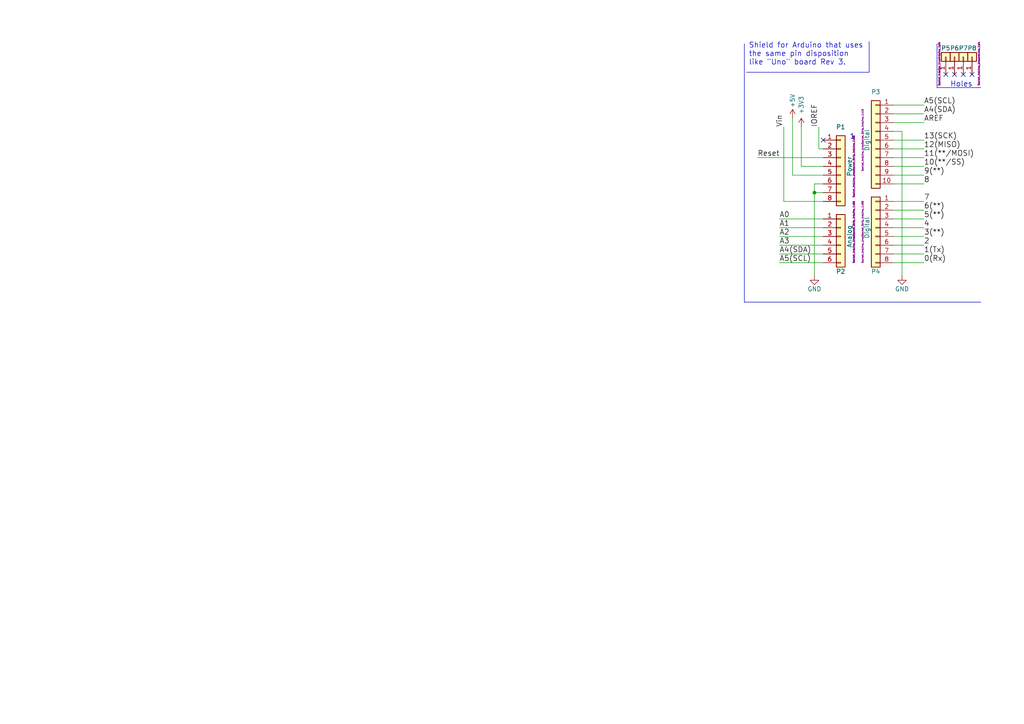
<source format=kicad_sch>
(kicad_sch (version 20230121) (generator eeschema)
  (paper "A4")
  (title_block (date "lun. 30 mars 2015"))
  (lib_symbols
    (symbol "Arduino_Uno-rescue:+3.3V-power" (power) (pin_names (offset 0))
      (property "Value" "+3.3V-power" (at 0 3.556 0))
      (symbol "+3.3V-power_0_1"
        (polyline (pts (xy -0.762 1.27) (xy 0 2.54)))
        (polyline (pts (xy 0 0) (xy 0 2.54)))
        (polyline (pts (xy 0 2.54) (xy 0.762 1.27)))
      )
      (symbol "+3.3V-power_1_1"
        (pin power_in line (at 0 0 90) (length 0) hide (name "+3V3") (number "1"))
      )
    )
    (symbol "Connector_Generic:Conn_01x01" (pin_names (offset 1.016) hide)
      (property "Reference" "J" (at 0 2.54 0))
      (property "Value" "Conn_01x01" (at 0 -2.54 0))
      (symbol "Conn_01x01_1_1"
        (rectangle (start -1.27 0.127) (end 0 -0.127) (stroke (width 0.1524)))
        (rectangle (start -1.27 1.27) (end 1.27 -1.27) (stroke (width 0.254)) (fill (type background)))
        (pin passive line (at -5.08 0 0) (length 3.81) (name "Pin_1") (number "1"))
      )
    )
    (symbol "Connector_Generic:Conn_01x06" (pin_names (offset 1.016) hide)
      (property "Reference" "J" (at 0 7.62 0))
      (property "Value" "Conn_01x06" (at 0 -10.16 0))
      (symbol "Conn_01x06_1_1"
        (rectangle (start -1.27 -7.493) (end 0 -7.747) (stroke (width 0.1524)))
        (rectangle (start -1.27 -4.953) (end 0 -5.207) (stroke (width 0.1524)))
        (rectangle (start -1.27 -2.413) (end 0 -2.667) (stroke (width 0.1524)))
        (rectangle (start -1.27 0.127) (end 0 -0.127) (stroke (width 0.1524)))
        (rectangle (start -1.27 2.667) (end 0 2.413) (stroke (width 0.1524)))
        (rectangle (start -1.27 5.207) (end 0 4.953) (stroke (width 0.1524)))
        (rectangle (start -1.27 6.35) (end 1.27 -8.89) (stroke (width 0.254)) (fill (type background)))
        (pin passive line (at -5.08 5.08 0) (length 3.81) (name "Pin_1") (number "1"))
        (pin passive line (at -5.08 2.54 0) (length 3.81) (name "Pin_2") (number "2"))
        (pin passive line (at -5.08 0 0) (length 3.81) (name "Pin_3") (number "3"))
        (pin passive line (at -5.08 -2.54 0) (length 3.81) (name "Pin_4") (number "4"))
        (pin passive line (at -5.08 -5.08 0) (length 3.81) (name "Pin_5") (number "5"))
        (pin passive line (at -5.08 -7.62 0) (length 3.81) (name "Pin_6") (number "6"))
      )
    )
    (symbol "Connector_Generic:Conn_01x08" (pin_names (offset 1.016) hide)
      (property "Reference" "J" (at 0 10.16 0))
      (property "Value" "Conn_01x08" (at 0 -12.7 0))
      (symbol "Conn_01x08_1_1"
        (rectangle (start -1.27 -10.033) (end 0 -10.287) (stroke (width 0.1524)))
        (rectangle (start -1.27 -7.493) (end 0 -7.747) (stroke (width 0.1524)))
        (rectangle (start -1.27 -4.953) (end 0 -5.207) (stroke (width 0.1524)))
        (rectangle (start -1.27 -2.413) (end 0 -2.667) (stroke (width 0.1524)))
        (rectangle (start -1.27 0.127) (end 0 -0.127) (stroke (width 0.1524)))
        (rectangle (start -1.27 2.667) (end 0 2.413) (stroke (width 0.1524)))
        (rectangle (start -1.27 5.207) (end 0 4.953) (stroke (width 0.1524)))
        (rectangle (start -1.27 7.747) (end 0 7.493) (stroke (width 0.1524)))
        (rectangle (start -1.27 8.89) (end 1.27 -11.43) (stroke (width 0.254)) (fill (type background)))
        (pin passive line (at -5.08 7.62 0) (length 3.81) (name "Pin_1") (number "1"))
        (pin passive line (at -5.08 5.08 0) (length 3.81) (name "Pin_2") (number "2"))
        (pin passive line (at -5.08 2.54 0) (length 3.81) (name "Pin_3") (number "3"))
        (pin passive line (at -5.08 0 0) (length 3.81) (name "Pin_4") (number "4"))
        (pin passive line (at -5.08 -2.54 0) (length 3.81) (name "Pin_5") (number "5"))
        (pin passive line (at -5.08 -5.08 0) (length 3.81) (name "Pin_6") (number "6"))
        (pin passive line (at -5.08 -7.62 0) (length 3.81) (name "Pin_7") (number "7"))
        (pin passive line (at -5.08 -10.16 0) (length 3.81) (name "Pin_8") (number "8"))
      )
    )
    (symbol "Connector_Generic:Conn_01x10" (pin_names (offset 1.016) hide)
      (property "Reference" "J" (at 0 12.7 0))
      (property "Value" "Conn_01x10" (at 0 -15.24 0))
      (symbol "Conn_01x10_1_1"
        (rectangle (start -1.27 -12.573) (end 0 -12.827) (stroke (width 0.1524)))
        (rectangle (start -1.27 -10.033) (end 0 -10.287) (stroke (width 0.1524)))
        (rectangle (start -1.27 -7.493) (end 0 -7.747) (stroke (width 0.1524)))
        (rectangle (start -1.27 -4.953) (end 0 -5.207) (stroke (width 0.1524)))
        (rectangle (start -1.27 -2.413) (end 0 -2.667) (stroke (width 0.1524)))
        (rectangle (start -1.27 0.127) (end 0 -0.127) (stroke (width 0.1524)))
        (rectangle (start -1.27 2.667) (end 0 2.413) (stroke (width 0.1524)))
        (rectangle (start -1.27 5.207) (end 0 4.953) (stroke (width 0.1524)))
        (rectangle (start -1.27 7.747) (end 0 7.493) (stroke (width 0.1524)))
        (rectangle (start -1.27 10.287) (end 0 10.033) (stroke (width 0.1524)))
        (rectangle (start -1.27 11.43) (end 1.27 -13.97) (stroke (width 0.254)) (fill (type background)))
        (pin passive line (at -5.08 10.16 0) (length 3.81) (name "Pin_1") (number "1"))
        (pin passive line (at -5.08 -12.7 0) (length 3.81) (name "Pin_10") (number "10"))
        (pin passive line (at -5.08 7.62 0) (length 3.81) (name "Pin_2") (number "2"))
        (pin passive line (at -5.08 5.08 0) (length 3.81) (name "Pin_3") (number "3"))
        (pin passive line (at -5.08 2.54 0) (length 3.81) (name "Pin_4") (number "4"))
        (pin passive line (at -5.08 0 0) (length 3.81) (name "Pin_5") (number "5"))
        (pin passive line (at -5.08 -2.54 0) (length 3.81) (name "Pin_6") (number "6"))
        (pin passive line (at -5.08 -5.08 0) (length 3.81) (name "Pin_7") (number "7"))
        (pin passive line (at -5.08 -7.62 0) (length 3.81) (name "Pin_8") (number "8"))
        (pin passive line (at -5.08 -10.16 0) (length 3.81) (name "Pin_9") (number "9"))
      )
    )
    (symbol "power:+5V" (power) (pin_names (offset 0))
      (property "Value" "+5V" (at 0 3.556 0))
      (symbol "+5V_0_1"
        (polyline (pts (xy -0.762 1.27) (xy 0 2.54)))
        (polyline (pts (xy 0 0) (xy 0 2.54)))
        (polyline (pts (xy 0 2.54) (xy 0.762 1.27)))
      )
      (symbol "+5V_1_1"
        (pin power_in line (at 0 0 90) (length 0) hide (name "+5V") (number "1"))
      )
    )
    (symbol "power:GND" (power) (pin_names (offset 0))
      (property "Value" "GND" (at 0 -3.81 0))
      (symbol "GND_0_1"
        (polyline (pts (xy 0 0) (xy 0 -1.27) (xy 1.27 -1.27) (xy 0 -2.54) (xy -1.27 -1.27) (xy 0 -1.27)))
      )
      (symbol "GND_1_1"
        (pin power_in line (at 0 0 270) (length 0) hide (name "GND") (number "1"))
      )
    )
  )
  (junction (at 236.22 55.88))
  (no_connect (at 276.86 21.59))
  (no_connect (at 238.76 40.64))
  (no_connect (at 274.32 21.59))
  (no_connect (at 279.4 21.59))
  (no_connect (at 281.94 21.59))
  (wire (pts (xy 238.76 45.72) (xy 219.71 45.72)))
  (wire (pts (xy 259.08 76.2) (xy 267.97 76.2)))
  (wire (pts (xy 259.08 58.42) (xy 267.97 58.42)))
  (wire (pts (xy 238.76 55.88) (xy 236.22 55.88)))
  (wire (pts (xy 238.76 71.12) (xy 226.06 71.12)))
  (wire (pts (xy 238.76 76.2) (xy 226.06 76.2)))
  (wire (pts (xy 238.76 50.8) (xy 229.87 50.8)))
  (wire (pts (xy 259.08 66.04) (xy 267.97 66.04)))
  (wire (pts (xy 259.08 38.1) (xy 261.62 38.1)))
  (wire (pts (xy 259.08 30.48) (xy 267.97 30.48)))
  (wire (pts (xy 237.49 43.18) (xy 238.76 43.18)))
  (wire (pts (xy 259.08 63.5) (xy 267.97 63.5)))
  (wire (pts (xy 259.08 33.02) (xy 267.97 33.02)))
  (wire (pts (xy 229.87 50.8) (xy 229.87 34.29)))
  (wire (pts (xy 259.08 45.72) (xy 267.97 45.72)))
  (wire (pts (xy 237.49 36.83) (xy 237.49 43.18)))
  (wire (pts (xy 259.08 35.56) (xy 267.97 35.56)))
  (wire (pts (xy 259.08 73.66) (xy 267.97 73.66)))
  (wire (pts (xy 236.22 53.34) (xy 236.22 55.88)))
  (wire (pts (xy 259.08 40.64) (xy 267.97 40.64)))
  (wire (pts (xy 259.08 68.58) (xy 267.97 68.58)))
  (wire (pts (xy 259.08 71.12) (xy 267.97 71.12)))
  (wire (pts (xy 259.08 50.8) (xy 267.97 50.8)))
  (polyline (pts (xy 216.535 20.955) (xy 252.095 20.955)))
  (polyline (pts (xy 284.48 25.4) (xy 271.78 25.4)))
  (polyline (pts (xy 215.9 12.7) (xy 215.9 87.63)))
  (wire (pts (xy 232.41 48.26) (xy 232.41 36.83)))
  (wire (pts (xy 259.08 48.26) (xy 267.97 48.26)))
  (wire (pts (xy 227.33 58.42) (xy 227.33 36.83)))
  (wire (pts (xy 238.76 68.58) (xy 226.06 68.58)))
  (wire (pts (xy 259.08 43.18) (xy 267.97 43.18)))
  (wire (pts (xy 238.76 66.04) (xy 226.06 66.04)))
  (polyline (pts (xy 215.9 87.63) (xy 284.48 87.63)))
  (wire (pts (xy 238.76 48.26) (xy 232.41 48.26)))
  (wire (pts (xy 238.76 53.34) (xy 236.22 53.34)))
  (wire (pts (xy 259.08 60.96) (xy 267.97 60.96)))
  (wire (pts (xy 261.62 38.1) (xy 261.62 80.01)))
  (polyline (pts (xy 252.095 20.955) (xy 252.095 12.065)))
  (wire (pts (xy 238.76 73.66) (xy 226.06 73.66)))
  (polyline (pts (xy 271.78 25.4) (xy 271.78 12.7)))
  (wire (pts (xy 259.08 53.34) (xy 267.97 53.34)))
  (wire (pts (xy 236.22 55.88) (xy 236.22 80.01)))
  (wire (pts (xy 238.76 58.42) (xy 227.33 58.42)))
  (wire (pts (xy 238.76 63.5) (xy 226.06 63.5)))
  (text "Holes" (at 275.59 25.4 0) (effects (font (size 1.524 1.524)) (justify left bottom)))
  (text "Shield for Arduino that uses\nthe same pin disposition\nlike \"Uno\" board Rev 3." (at 217.17 19.05 0) (effects (font (size 1.524 1.524)) (justify left bottom)))
  (text "1" (at 246.38 40.64 0) (effects (font (size 1.524 1.524)) (justify left bottom)))
  (label "6(**)" (at 267.97 60.96 0) (effects (font (size 1.524 1.524))))
  (label "A2" (at 226.06 68.58 0) (effects (font (size 1.524 1.524))))
  (label "1(Tx)" (at 267.97 73.66 0) (effects (font (size 1.524 1.524))))
  (label "A3" (at 226.06 71.12 0) (effects (font (size 1.524 1.524))))
  (label "2" (at 267.97 71.12 0) (effects (font (size 1.524 1.524))))
  (label "Vin" (at 227.33 36.83 90) (effects (font (size 1.524 1.524))))
  (label "11(**/MOSI)" (at 267.97 45.72 0) (effects (font (size 1.524 1.524))))
  (label "3(**)" (at 267.97 68.58 0) (effects (font (size 1.524 1.524))))
  (label "4" (at 267.97 66.04 0) (effects (font (size 1.524 1.524))))
  (label "9(**)" (at 267.97 50.8 0) (effects (font (size 1.524 1.524))))
  (label "13(SCK)" (at 267.97 40.64 0) (effects (font (size 1.524 1.524))))
  (label "7" (at 267.97 58.42 0) (effects (font (size 1.524 1.524))))
  (label "Reset" (at 219.71 45.72 0) (effects (font (size 1.524 1.524))))
  (label "5(**)" (at 267.97 63.5 0) (effects (font (size 1.524 1.524))))
  (label "AREF" (at 267.97 35.56 0) (effects (font (size 1.524 1.524))))
  (label "IOREF" (at 237.49 36.83 90) (effects (font (size 1.524 1.524))))
  (label "A5(SCL)" (at 267.97 30.48 0) (effects (font (size 1.524 1.524))))
  (label "8" (at 267.97 53.34 0) (effects (font (size 1.524 1.524))))
  (label "12(MISO)" (at 267.97 43.18 0) (effects (font (size 1.524 1.524))))
  (label "A4(SDA)" (at 226.06 73.66 0) (effects (font (size 1.524 1.524))))
  (label "A0" (at 226.06 63.5 0) (effects (font (size 1.524 1.524))))
  (label "A1" (at 226.06 66.04 0) (effects (font (size 1.524 1.524))))
  (label "0(Rx)" (at 267.97 76.2 0) (effects (font (size 1.524 1.524))))
  (label "A5(SCL)" (at 226.06 76.2 0) (effects (font (size 1.524 1.524))))
  (label "A4(SDA)" (at 267.97 33.02 0) (effects (font (size 1.524 1.524))))
  (label "10(**/SS)" (at 267.97 48.26 0) (effects (font (size 1.524 1.524))))
  (symbol (lib_id "Connector_Generic:Conn_01x08") (at 243.84 48.26 0) (unit 1)
    (property "Reference" "P1" (at 243.84 36.83 0))
    (property "Value" "Power" (at 246.38 48.26 90))
    (property "Footprint" "Socket_Arduino_Uno:Socket_Strip_Arduino_1x08" (at 247.65 48.26 90) (effects (font (size 0.508 0.508))))
  )
  (symbol (lib_id "Arduino_Uno-rescue:+3.3V-power") (at 232.41 36.83 0) (unit 1)
    (property "Reference" "#PWR01" (effects hide))
    (property "Value" "+3.3V" (at 232.41 30.48 90))
  )
  (symbol (lib_id "power:+5V") (at 229.87 34.29 0) (unit 1)
    (property "Reference" "#PWR02" (effects hide))
    (property "Value" "+5V" (at 229.87 29.21 90))
  )
  (symbol (lib_id "power:GND") (at 236.22 80.01 0) (unit 1)
    (property "Reference" "#PWR03" (effects hide))
    (property "Value" "GND" (at 236.22 83.82 0))
  )
  (symbol (lib_id "power:GND") (at 261.62 80.01 0) (unit 1)
    (property "Reference" "#PWR04" (effects hide))
    (property "Value" "GND" (at 261.62 83.82 0))
  )
  (symbol (lib_id "Connector_Generic:Conn_01x06") (at 243.84 68.58 0) (unit 1)
    (property "Reference" "P2" (at 243.84 78.74 0))
    (property "Value" "Analog" (at 246.38 68.58 90))
    (property "Footprint" "Socket_Arduino_Uno:Socket_Strip_Arduino_1x06" (at 247.65 67.31 90) (effects (font (size 0.508 0.508))))
  )
  (symbol (lib_id "Connector_Generic:Conn_01x01") (at 274.32 16.51 90) (unit 1)
    (property "Reference" "P5" (at 274.32 13.97 90))
    (property "Value" "CONN_01X01" (effects hide))
    (property "Footprint" "Socket_Arduino_Uno:Arduino_1pin" (at 272.4404 18.5166 0) (effects (font (size 0.508 0.508))))
  )
  (symbol (lib_id "Connector_Generic:Conn_01x01") (at 276.86 16.51 90) (unit 1)
    (property "Reference" "P6" (at 276.86 13.97 90))
    (property "Value" "CONN_01X01" (effects hide))
    (property "Footprint" "Socket_Arduino_Uno:Arduino_1pin" (effects hide))
  )
  (symbol (lib_id "Connector_Generic:Conn_01x01") (at 279.4 16.51 90) (unit 1)
    (property "Reference" "P7" (at 279.4 13.97 90))
    (property "Value" "CONN_01X01" (effects hide))
    (property "Footprint" "Socket_Arduino_Uno:Arduino_1pin" (effects hide))
  )
  (symbol (lib_id "Connector_Generic:Conn_01x01") (at 281.94 16.51 90) (unit 1)
    (property "Reference" "P8" (at 281.94 13.97 90))
    (property "Value" "CONN_01X01" (effects hide))
    (property "Footprint" "Socket_Arduino_Uno:Arduino_1pin" (at 283.9212 18.4404 0) (effects (font (size 0.508 0.508))))
  )
  (symbol (lib_id "Connector_Generic:Conn_01x08") (at 254 66.04 0) (mirror y) (unit 1)
    (property "Reference" "P4" (at 254 78.74 0))
    (property "Value" "Digital" (at 251.46 66.04 90))
    (property "Footprint" "Socket_Arduino_Uno:Socket_Strip_Arduino_1x08" (at 250.19 67.31 90) (effects (font (size 0.508 0.508))))
  )
  (symbol (lib_id "Connector_Generic:Conn_01x10") (at 254 40.64 0) (mirror y) (unit 1)
    (property "Reference" "P3" (at 254 26.67 0))
    (property "Value" "Digital" (at 251.46 40.64 90))
    (property "Footprint" "Socket_Arduino_Uno:Socket_Strip_Arduino_1x10" (at 250.19 40.64 90) (effects (font (size 0.508 0.508))))
  )
)
</source>
